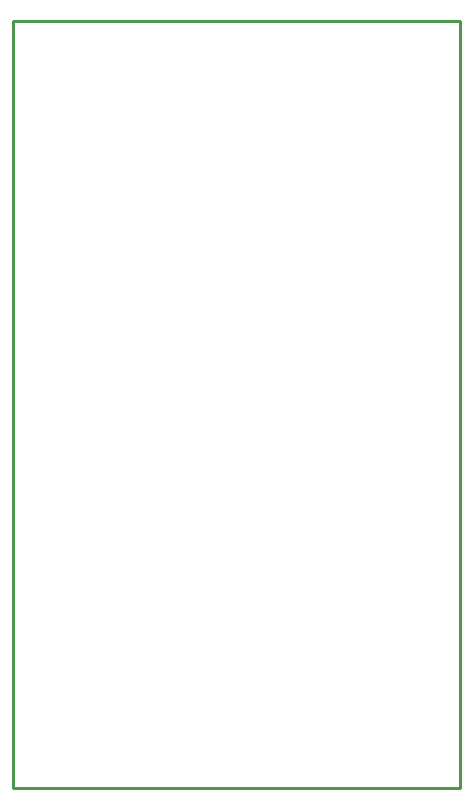
<source format=gko>
G04 Layer: BoardOutlineLayer*
G04 EasyEDA v6.5.51, 2025-10-02 22:01:21*
G04 208e135f75f84b069e33606ea1abe5ef,5c351882480b49209f9ebacf817cb454,10*
G04 Gerber Generator version 0.2*
G04 Scale: 100 percent, Rotated: No, Reflected: No *
G04 Dimensions in millimeters *
G04 leading zeros omitted , absolute positions ,4 integer and 5 decimal *
%FSLAX45Y45*%
%MOMM*%

%ADD10C,0.2540*%
%ADD11C,0.0121*%
D10*
X700023Y8299958D02*
G01*
X4483100Y8299958D01*
X4483100Y1800097D01*
X700023Y1800097D01*
X700023Y8299958D01*

%LPD*%
M02*

</source>
